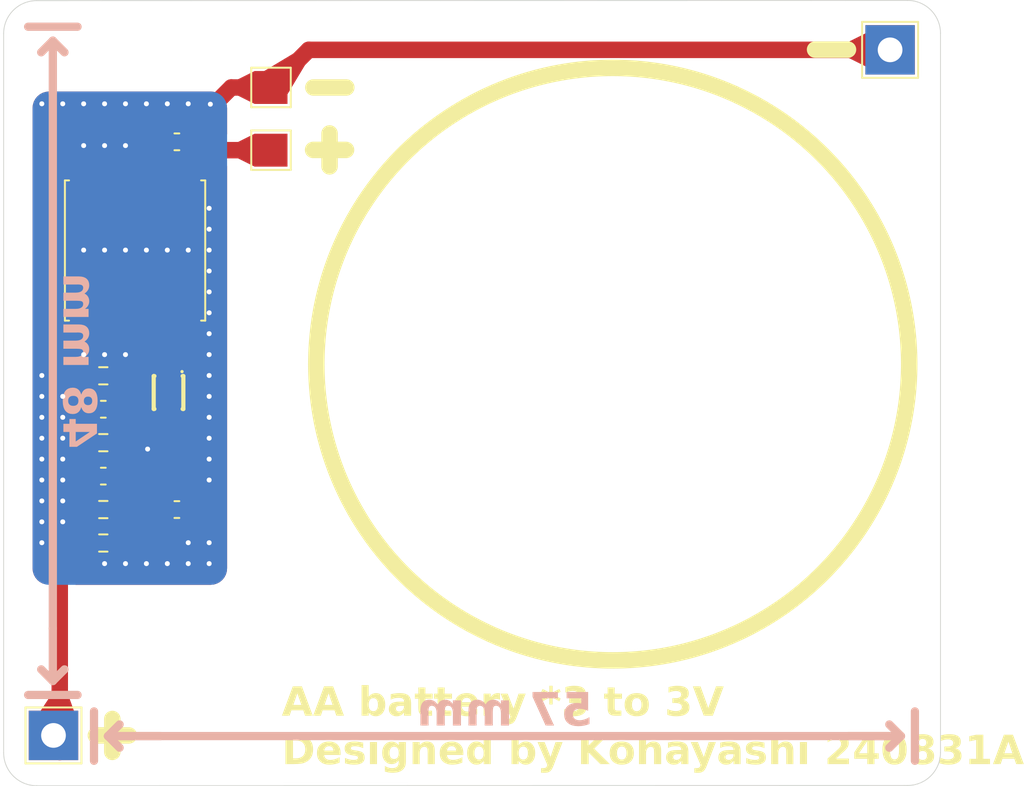
<source format=kicad_pcb>
(kicad_pcb (version 20240108) (generator "pcbnew") (generator_version "8.0")
  (layers (0 "F.Cu" signal) (31 "B.Cu" signal) (34 "B.Paste" user) (35 "F.Paste" user) (36 "B.SilkS" user "B.Silkscreen") (37 "F.SilkS" user "F.Silkscreen") (38 "B.Mask" user) (39 "F.Mask" user) (44 "Edge.Cuts" user))
  (net 0 "")
  (net 1 "/Vout")
  (net 2 "GND")
  (net 3 "Net-(U1-VOUT{slash}FB)")
  (net 4 "Net-(U1-VIN)")
  (net 5 "Net-(U1-EN)")
  (net 6 "Net-(U1-SW)")
  (net 7 "/Vin")
  (footprint "TestPoint:TestPoint_Pad_2.0x2.0mm" (layer "F.Cu") (at 28.747999 21.7 180)
    (property "Reference" "TP1")
    (property "Value" "TP")
    (fp_line (start 1.2 1.2) (end -1.2 1.2) (stroke (width 0.12)) (layer "F.SilkS"))
    (fp_line (start 1.2 -1.2) (end 1.2 1.2) (stroke (width 0.12)) (layer "F.SilkS"))
    (fp_line (start -1.2 1.2) (end -1.2 -1.2) (stroke (width 0.12)) (layer "F.SilkS"))
    (fp_line (start -1.2 -1.2) (end 1.2 -1.2) (stroke (width 0.12)) (layer "F.SilkS"))
    (pad "1" smd rect (at 0 0 180) (size 2 2) (layers "F.Cu" "F.Mask") (net 1 "/Vout"))
  )
  (footprint "kicad_lceda:UTDFN-6L_L2.0-W1.5-P0.50-LS2.6-BL-EP" (layer "F.Cu") (at 22.525 36.4245 180)
    (property "Reference" "U1")
    (property "Value" "SGM6031-ADJYUDT6G/TR" (hide yes))
    (fp_line (start 0.9 -1) (end 0.9 1) (stroke (width 0.254)) (layer "F.SilkS"))
    (fp_line (start 0.856 1) (end 0.9 1) (stroke (width 0.254)) (layer "F.SilkS"))
    (fp_line (start 0.856 -1) (end 0.9 -1) (stroke (width 0.254)) (layer "F.SilkS"))
    (fp_line (start -0.9 1) (end -0.856 1) (stroke (width 0.254)) (layer "F.SilkS"))
    (fp_line (start -0.9 -1) (end -0.856 -1) (stroke (width 0.254)) (layer "F.SilkS"))
    (fp_line (start -0.9 -1) (end -0.9 1) (stroke (width 0.254)) (layer "F.SilkS"))
    (fp_circle (center -0.82 1.27) (end -0.77 1.27) (stroke (width 0.1)) (fill none) (layer "F.SilkS"))
    (pad "1" smd rect (at -0.5 1.2625 180) (size 0.25 1.175) (layers "F.Cu" "F.Paste" "F.Mask"))
    (pad "2" smd rect (at 0 1.2625 180) (size 0.25 1.175) (layers "F.Cu" "F.Paste" "F.Mask") (net 6 "Net-(U1-SW)"))
    (pad "3" smd rect (at 0.5 1.2625 180) (size 0.25 1.175) (layers "F.Cu" "F.Paste" "F.Mask") (net 3 "Net-(U1-VOUT{slash}FB)"))
    (pad "4" smd rect (at 0.5 -1.2625 180) (size 0.25 1.175) (layers "F.Cu" "F.Paste" "F.Mask") (net 2 "GND"))
    (pad "5" smd rect (at 0 -1.2625 180) (size 0.25 1.175) (layers "F.Cu" "F.Paste" "F.Mask") (net 5 "Net-(U1-EN)"))
    (pad "6" smd rect (at -0.5 -1.2625 180) (size 0.25 1.175) (layers "F.Cu" "F.Paste" "F.Mask") (net 4 "Net-(U1-VIN)"))
    (pad "7" smd rect (at 0 0 270) (size 0.9 1.1) (layers "F.Cu" "F.Paste" "F.Mask") (net 2 "GND"))
  )
  (footprint "Capacitor_SMD:C_0603_1608Metric_Pad1.08x0.95mm_HandSolder" (layer "F.Cu") (at 18.5645 37.4405 180)
    (property "Reference" "C2")
    (property "Value" "22pF")
    (fp_line (start -0.146267 0.51) (end 0.146267 0.51) (stroke (width 0.12)) (layer "F.SilkS"))
    (fp_line (start -0.146267 -0.51) (end 0.146267 -0.51) (stroke (width 0.12)) (layer "F.SilkS"))
    (pad "1" smd roundrect (at -0.862501 0 180) (size 1.075 0.95) (layers "F.Cu" "F.Paste" "F.Mask") (net 3 "Net-(U1-VOUT{slash}FB)"))
    (pad "2" smd roundrect (at 0.862501 0 180) (size 1.075 0.95) (layers "F.Cu" "F.Paste" "F.Mask") (net 1 "/Vout"))
  )
  (footprint "Resistor_SMD:R_0603_1608Metric_Pad0.98x0.95mm_HandSolder" (layer "F.Cu") (at 18.5645 43.5365 180)
    (property "Reference" "R3")
    (property "Value" "200k")
    (fp_line (start -0.254724 0.5225) (end 0.254724 0.5225) (stroke (width 0.12)) (layer "F.SilkS"))
    (fp_line (start -0.254724 -0.5225) (end 0.254724 -0.5225) (stroke (width 0.12)) (layer "F.SilkS"))
    (pad "1" smd roundrect (at -0.9125 0 180) (size 0.975 0.95) (layers "F.Cu" "F.Paste" "F.Mask") (net 4 "Net-(U1-VIN)"))
    (pad "2" smd roundrect (at 0.9125 0 180) (size 0.975 0.95) (layers "F.Cu" "F.Paste" "F.Mask") (net 5 "Net-(U1-EN)"))
  )
  (footprint "TestPoint:TestPoint_THTPad_3.0x3.0mm_Drill1.5mm" (layer "F.Cu") (at 15.539999 57.26 90)
    (property "Reference" "TP3" (hide yes))
    (property "Value" "TP")
    (fp_line (start 1.7 -1.7) (end 1.7 1.7) (stroke (width 0.12)) (layer "F.SilkS"))
    (fp_line (start -1.7 -1.7) (end 1.7 -1.7) (stroke (width 0.12)) (layer "F.SilkS"))
    (fp_line (start 1.7 1.7) (end -1.7 1.7) (stroke (width 0.12)) (layer "F.SilkS"))
    (fp_line (start -1.7 1.7) (end -1.7 -1.7) (stroke (width 0.12)) (layer "F.SilkS"))
    (pad "1" thru_hole rect (at 0 0 90) (size 3 3) (drill 1.5) (layers "*.Cu" "*.Mask") (net 7 "/Vin"))
  )
  (footprint "Capacitor_SMD:C_0603_1608Metric_Pad1.08x0.95mm_HandSolder" (layer "F.Cu") (at 18.5645 41.5045 180)
    (property "Reference" "C4" (hide yes))
    (property "Value" "22uF")
    (fp_line (start -0.146267 0.51) (end 0.146267 0.51) (stroke (width 0.12)) (layer "F.SilkS"))
    (fp_line (start -0.146267 -0.51) (end 0.146267 -0.51) (stroke (width 0.12)) (layer "F.SilkS"))
    (pad "1" smd roundrect (at -0.862501 0 180) (size 1.075 0.95) (layers "F.Cu" "F.Paste" "F.Mask") (net 5 "Net-(U1-EN)"))
    (pad "2" smd roundrect (at 0.862501 0 180) (size 1.075 0.95) (layers "F.Cu" "F.Paste" "F.Mask") (net 2 "GND"))
  )
  (footprint "Resistor_SMD:R_0603_1608Metric_Pad0.98x0.95mm_HandSolder" (layer "F.Cu") (at 18.5645 35.4085)
    (property "Reference" "R1")
    (property "Value" "2M")
    (fp_line (start -0.254724 -0.5225) (end 0.254724 -0.5225) (stroke (width 0.12)) (layer "F.SilkS"))
    (fp_line (start -0.254724 0.5225) (end 0.254724 0.5225) (stroke (width 0.12)) (layer "F.SilkS"))
    (pad "1" smd roundrect (at -0.9125 0) (size 0.975 0.95) (layers "F.Cu" "F.Paste" "F.Mask") (net 1 "/Vout"))
    (pad "2" smd roundrect (at 0.9125 0) (size 0.975 0.95) (layers "F.Cu" "F.Paste" "F.Mask") (net 3 "Net-(U1-VOUT{slash}FB)"))
  )
  (footprint "Capacitor_SMD:C_0603_1608Metric_Pad1.08x0.95mm_HandSolder" (layer "F.Cu") (at 23.033 21.192 180)
    (property "Reference" "C1")
    (property "Value" "22uF")
    (fp_line (start -0.146267 0.51) (end 0.146267 0.51) (stroke (width 0.12)) (layer "F.SilkS"))
    (fp_line (start -0.146267 -0.51) (end 0.146267 -0.51) (stroke (width 0.12)) (layer "F.SilkS"))
    (pad "1" smd roundrect (at -0.862501 0 180) (size 1.075 0.95) (layers "F.Cu" "F.Paste" "F.Mask") (net 1 "/Vout"))
    (pad "2" smd roundrect (at 0.862501 0 180) (size 1.075 0.95) (layers "F.Cu" "F.Paste" "F.Mask") (net 2 "GND"))
  )
  (footprint "Capacitor_SMD:C_0603_1608Metric_Pad1.08x0.95mm_HandSolder" (layer "F.Cu") (at 23.033 43.5365 180)
    (property "Reference" "C3")
    (property "Value" "22uF")
    (fp_line (start -0.146267 0.51) (end 0.146267 0.51) (stroke (width 0.12)) (layer "F.SilkS"))
    (fp_line (start -0.146267 -0.51) (end 0.146267 -0.51) (stroke (width 0.12)) (layer "F.SilkS"))
    (pad "1" smd roundrect (at -0.862501 0 180) (size 1.075 0.95) (layers "F.Cu" "F.Paste" "F.Mask") (net 2 "GND"))
    (pad "2" smd roundrect (at 0.862501 0 180) (size 1.075 0.95) (layers "F.Cu" "F.Paste" "F.Mask") (net 4 "Net-(U1-VIN)"))
  )
  (footprint "Resistor_SMD:R_0603_1608Metric_Pad0.98x0.95mm_HandSolder" (layer "F.Cu") (at 18.5645 45.5685 180)
    (property "Reference" "R4")
    (property "Value" "0R")
    (fp_line (start -0.254724 0.5225) (end 0.254724 0.5225) (stroke (width 0.12)) (layer "F.SilkS"))
    (fp_line (start -0.254724 -0.5225) (end 0.254724 -0.5225) (stroke (width 0.12)) (layer "F.SilkS"))
    (pad "1" smd roundrect (at -0.9125 0 180) (size 0.975 0.95) (layers "F.Cu" "F.Paste" "F.Mask") (net 4 "Net-(U1-VIN)"))
    (pad "2" smd roundrect (at 0.9125 0 180) (size 0.975 0.95) (layers "F.Cu" "F.Paste" "F.Mask") (net 7 "/Vin"))
  )
  (footprint "TestPoint:TestPoint_Pad_2.0x2.0mm" (layer "F.Cu") (at 28.748 17.89 180)
    (property "Reference" "TP2")
    (property "Value" "TP")
    (fp_line (start 1.2 1.2) (end -1.2 1.2) (stroke (width 0.12)) (layer "F.SilkS"))
    (fp_line (start 1.2 -1.2) (end 1.2 1.2) (stroke (width 0.12)) (layer "F.SilkS"))
    (fp_line (start -1.2 1.2) (end -1.2 -1.2) (stroke (width 0.12)) (layer "F.SilkS"))
    (fp_line (start -1.2 -1.2) (end 1.2 -1.2) (stroke (width 0.12)) (layer "F.SilkS"))
    (pad "1" smd rect (at 0 0 180) (size 2 2) (layers "F.Cu" "F.Mask") (net 2 "GND"))
  )
  (footprint "Inductor_SMD:L_Cenker_CKCS8040" (layer "F.Cu") (at 20.493 27.796 -90)
    (property "Reference" "L1")
    (property "Value" "4.7uH")
    (fp_line (start -4.26 4.26) (end 4.26 4.26) (stroke (width 0.12)) (layer "F.SilkS"))
    (fp_line (start -4.26 4.26) (end -4.26 4.01) (stroke (width 0.12)) (layer "F.SilkS"))
    (fp_line (start 4.26 4.26) (end 4.26 4.01) (stroke (width 0.12)) (layer "F.SilkS"))
    (fp_line (start -4.26 -4.26) (end -4.26 -4.01) (stroke (width 0.12)) (layer "F.SilkS"))
    (fp_line (start -4.26 -4.26) (end 4.26 -4.26) (stroke (width 0.12)) (layer "F.SilkS"))
    (fp_line (start 4.26 -4.26) (end 4.26 -4.01) (stroke (width 0.12)) (layer "F.SilkS"))
    (pad "1" smd rect (at -3.075 0 270) (size 3.05 7.5) (layers "F.Cu" "F.Paste" "F.Mask") (net 1 "/Vout"))
    (pad "2" smd rect (at 3.075 0 270) (size 3.05 7.5) (layers "F.Cu" "F.Paste" "F.Mask") (net 6 "Net-(U1-SW)"))
  )
  (footprint "TestPoint:TestPoint_THTPad_3.0x3.0mm_Drill1.5mm" (layer "F.Cu") (at 66.339999 15.604 90)
    (property "Reference" "TP4" (hide yes))
    (property "Value" "TP")
    (fp_line (start 1.7 -1.7) (end 1.7 1.7) (stroke (width 0.12)) (layer "F.SilkS"))
    (fp_line (start -1.7 -1.7) (end 1.7 -1.7) (stroke (width 0.12)) (layer "F.SilkS"))
    (fp_line (start 1.7 1.7) (end -1.7 1.7) (stroke (width 0.12)) (layer "F.SilkS"))
    (fp_line (start -1.7 1.7) (end -1.7 -1.7) (stroke (width 0.12)) (layer "F.SilkS"))
    (pad "1" thru_hole rect (at 0 0 90) (size 3 3) (drill 1.5) (layers "*.Cu" "*.Mask") (net 2 "GND"))
  )
  (footprint "Resistor_SMD:R_0603_1608Metric_Pad0.98x0.95mm_HandSolder" (layer "F.Cu") (at 18.5645 39.4725 180)
    (property "Reference" "R2")
    (property "Value" "1M")
    (fp_line (start -0.254724 0.5225) (end 0.254724 0.5225) (stroke (width 0.12)) (layer "F.SilkS"))
    (fp_line (start -0.254724 -0.5225) (end 0.254724 -0.5225) (stroke (width 0.12)) (layer "F.SilkS"))
    (pad "1" smd roundrect (at -0.9125 0 180) (size 0.975 0.95) (layers "F.Cu" "F.Paste" "F.Mask") (net 3 "Net-(U1-VOUT{slash}FB)"))
    (pad "2" smd roundrect (at 0.9125 0 180) (size 0.975 0.95) (layers "F.Cu" "F.Paste" "F.Mask") (net 2 "GND"))
  )
  (gr_line (start 66.292893 56.592893) (end 67 57.3) (stroke (width 0.5)) (layer "B.SilkS"))
  (gr_line (start 15.5 15.046446) (end 16.207107 15.753553) (stroke (width 0.5)) (layer "B.SilkS"))
  (gr_line (start 15.5 18.246446) (end 15.5 15.046446) (stroke (width 0.5)) (layer "B.SilkS"))
  (gr_line (start 15.5 50.753554) (end 15.5 18.246446) (stroke (width 0.5)) (layer "B.SilkS"))
  (gr_line (start 14 54.8) (end 17 54.8) (stroke (width 0.5)) (layer "B.SilkS"))
  (gr_line (start 18.846446 57.3) (end 19.553553 56.592893) (stroke (width 0.5)) (layer "B.SilkS"))
  (gr_line (start 15.5 50.753554) (end 15.5 53.953554) (stroke (width 0.5)) (layer "B.SilkS"))
  (gr_line (start 67 57.3) (end 66.292893 58.007107) (stroke (width 0.5)) (layer "B.SilkS"))
  (gr_line (start 22.046446 57.3) (end 18.846446 57.3) (stroke (width 0.5)) (layer "B.SilkS"))
  (gr_line (start 15.5 53.953554) (end 14.792893 53.246447) (stroke (width 0.5)) (layer "B.SilkS"))
  (gr_line (start 19.6 57.3) (end 66.3 57.3) (stroke (width 0.5)) (layer "B.SilkS"))
  (gr_line (start 19.553553 58.007107) (end 18.846446 57.3) (stroke (width 0.5)) (layer "B.SilkS"))
  (gr_line (start 18 55.8) (end 18 58.8) (stroke (width 0.5)) (layer "B.SilkS"))
  (gr_line (start 17 14.2) (end 14 14.2) (stroke (width 0.5)) (layer "B.SilkS"))
  (gr_line (start 67.846446 58.8) (end 67.846446 55.8) (stroke (width 0.5)) (layer "B.SilkS"))
  (gr_line (start 14.792893 15.753553) (end 15.5 15.046446) (stroke (width 0.5)) (layer "B.SilkS"))
  (gr_line (start 63.8 57.3) (end 67 57.3) (stroke (width 0.5)) (layer "B.SilkS"))
  (gr_line (start 16.207107 53.246447) (end 15.5 53.953554) (stroke (width 0.5)) (layer "B.SilkS"))
  (gr_line (start 33.304 21.683999) (end 31.304 21.684) (stroke (width 1)) (layer "F.SilkS"))
  (gr_line (start 19.111999 58.26) (end 19.111999 56.26) (stroke (width 1)) (layer "F.SilkS"))
  (gr_line (start 63.783999 15.588) (end 61.783999 15.587999) (stroke (width 1)) (layer "F.SilkS"))
  (gr_line (start 33.319999 17.89) (end 31.319999 17.89) (stroke (width 1)) (layer "F.SilkS"))
  (gr_line (start 32.303999 22.684) (end 32.304 20.684) (stroke (width 1)) (layer "F.SilkS"))
  (gr_line (start 20.111999 57.26) (end 18.111999 57.26) (stroke (width 1)) (layer "F.SilkS"))
  (gr_circle (center 49.5 34.7) (end 67.5 34.7) (stroke (width 1)) (fill none) (layer "F.SilkS"))
  (gr_arc (start 12.514214 14.614214) (mid 13.1 13.2) (end 14.514214 12.614214) (stroke (width 0.05)) (layer "Edge.Cuts"))
  (gr_line (start 14.514214 12.614214) (end 67.4 12.6) (stroke (width 0.05)) (layer "Edge.Cuts"))
  (gr_line (start 12.514214 14.614214) (end 12.514213 58.314214) (stroke (width 0.05)) (layer "Edge.Cuts"))
  (gr_line (start 67.4 60.3) (end 14.514214 60.314215) (stroke (width 0.05)) (layer "Edge.Cuts"))
  (gr_arc (start 67.4 12.6) (mid 68.814214 13.185786) (end 69.4 14.6) (stroke (width 0.05)) (layer "Edge.Cuts"))
  (gr_arc (start 14.514214 60.314215) (mid 13.099999 59.728429) (end 12.514213 58.314214) (stroke (width 0.05)) (layer "Edge.Cuts"))
  (gr_line (start 69.4 58.3) (end 69.4 14.6) (stroke (width 0.05)) (layer "Edge.Cuts"))
  (gr_arc (start 69.4 58.3) (mid 68.814214 59.714214) (end 67.4 60.3) (stroke (width 0.05)) (layer "Edge.Cuts"))
  (gr_text "48 mm" (at 15.8 34.5 270) (layer "B.SilkS") (effects (font (size 2 2) (thickness 0.4) (bold yes)) (justify bottom mirror)))
  (gr_text "57 mm" (at 42.95 57 0) (layer "B.SilkS") (effects (font (size 2 2) (thickness 0.4) (bold yes)) (justify bottom mirror)))
  (gr_text "AA battery *3 to 3V\nDesigned by Kohayashi 240831A" (at 29.4 59.3 0) (layer "F.SilkS") (effects (font (size 1.75 1.75) (thickness 0.4) (bold yes)) (justify left bottom)))
  (segment (start 15.413 20.684) (end 15.413 34.3925) (width 0.2) (layer "F.Cu") (net 1))
  (segment (start 24.403501 21.7) (end 23.895501 21.192) (width 0.2) (layer "F.Cu") (net 1))
  (segment (start 28.747999 21.7) (end 24.684 21.7) (width 1) (layer "F.Cu") (net 1))
  (segment (start 17.701999 37.4405) (end 17.701999 35.458499) (width 0.2) (layer "F.Cu") (net 1))
  (segment (start 16.429 19.668) (end 15.413 20.684) (width 0.2) (layer "F.Cu") (net 1))
  (segment (start 21.996 24.896) (end 23.895501 22.996499) (width 1) (layer "F.Cu") (net 1))
  (segment (start 23.895501 22.996499) (end 23.895501 22.361499) (width 1) (layer "F.Cu") (net 1))
  (segment (start 23.895501 21.192) (end 23.895501 20.530501) (width 0.2) (layer "F.Cu") (net 1))
  (segment (start 23.895501 20.530501) (end 23.033 19.668) (width 0.2) (layer "F.Cu") (net 1))
  (segment (start 17.701999 35.458499) (end 17.652 35.4085) (width 0.2) (layer "F.Cu") (net 1))
  (segment (start 23.033 19.668) (end 16.429 19.668) (width 0.2) (layer "F.Cu") (net 1))
  (segment (start 16.429 35.4085) (end 17.652 35.4085) (width 0.2) (layer "F.Cu") (net 1))
  (segment (start 20.493 24.896) (end 21.996 24.896) (width 1) (layer "F.Cu") (net 1))
  (segment (start 15.413 34.3925) (end 16.429 35.4085) (width 0.2) (layer "F.Cu") (net 1))
  (segment (start 23.895501 22.361499) (end 23.895501 21.192) (width 0.2) (layer "F.Cu") (net 1))
  (segment (start 31.034 15.604) (end 28.748 17.89) (width 1) (layer "F.Cu") (net 2))
  (segment (start 25.192 19.033) (end 25.319 18.906) (width 1) (layer "F.Cu") (net 2))
  (segment (start 25.065 18.906) (end 25.065 19.16) (width 1) (layer "F.Cu") (net 2))
  (segment (start 22.025 36.9245) (end 22.025 37.687) (width 0.2) (layer "F.Cu") (net 2))
  (segment (start 22.525 36.4245) (end 22.025 36.9245) (width 0.2) (layer "F.Cu") (net 2))
  (segment (start 25.319 18.906) (end 25.065 18.906) (width 1) (layer "F.Cu") (net 2))
  (segment (start 66.339999 15.604) (end 31.034 15.604) (width 1) (layer "F.Cu") (net 2))
  (segment (start 25.065 19.16) (end 26.335 17.89) (width 1) (layer "F.Cu") (net 2))
  (segment (start 26.335 17.89) (end 28.748 17.89) (width 1) (layer "F.Cu") (net 2))
  (via (at 23.721749 27.771) (size 0.6) (drill 0.3) (layers "F.Cu" "B.Cu") (net 2))
  (via (at 14.831749 37.931) (size 0.6) (drill 0.3) (layers "F.Cu" "B.Cu") (net 2))
  (via (at 16.101749 36.661) (size 0.6) (drill 0.3) (layers "F.Cu" "B.Cu") (net 2))
  (via (at 17.371749 34.121) (size 0.6) (drill 0.3) (layers "F.Cu" "B.Cu") (net 2))
  (via (at 14.831749 45.551) (size 0.6) (drill 0.3) (layers "F.Cu" "B.Cu") (net 2))
  (via (at 14.831749 40.471) (size 0.6) (drill 0.3) (layers "F.Cu" "B.Cu") (net 2))
  (via (at 14.831749 36.661) (size 0.6) (drill 0.3) (layers "F.Cu" "B.Cu") (net 2))
  (via (at 19.911749 18.881) (size 0.6) (drill 0.3) (layers "F.Cu" "B.Cu") (net 2))
  (via (at 25.065 18.906) (size 0.6) (drill 0.3) (layers "F.Cu" "B.Cu") (net 2))
  (via (at 14.831749 44.281) (size 0.6) (drill 0.3) (layers "F.Cu" "B.Cu") (net 2))
  (via (at 19.911749 46.821) (size 0.6) (drill 0.3) (layers "F.Cu" "B.Cu") (net 2))
  (via (at 19.911749 27.771) (size 0.6) (drill 0.3) (layers "F.Cu" "B.Cu") (net 2))
  (via (at 24.991749 27.771) (size 0.6) (drill 0.3) (layers "F.Cu" "B.Cu") (net 2))
  (via (at 16.101749 40.471) (size 0.6) (drill 0.3) (layers "F.Cu" "B.Cu") (net 2))
  (via (at 24.991749 40.471) (size 0.6) (drill 0.3) (layers "F.Cu" "B.Cu") (net 2))
  (via (at 24.991749 45.551) (size 0.6) (drill 0.3) (layers "F.Cu" "B.Cu") (net 2))
  (via (at 22.451749 46.821) (size 0.6) (drill 0.3) (layers "F.Cu" "B.Cu") (net 2))
  (via (at 16.101749 37.931) (size 0.6) (drill 0.3) (layers "F.Cu" "B.Cu") (net 2))
  (via (at 24.991749 41.741) (size 0.6) (drill 0.3) (layers "F.Cu" "B.Cu") (net 2))
  (via (at 23.721749 45.551) (size 0.6) (drill 0.3) (layers "F.Cu" "B.Cu") (net 2))
  (via (at 18.641749 27.771) (size 0.6) (drill 0.3) (layers "F.Cu" "B.Cu") (net 2))
  (via (at 21.255 39.861) (size 0.6) (drill 0.3) (layers "F.Cu" "B.Cu") (net 2))
  (via (at 14.831749 39.201) (size 0.6) (drill 0.3) (layers "F.Cu" "B.Cu") (net 2))
  (via (at 17.371749 18.881) (size 0.6) (drill 0.3) (layers "F.Cu" "B.Cu") (net 2))
  (via (at 24.991749 39.201) (size 0.6) (drill 0.3) (layers "F.Cu" "B.Cu") (net 2))
  (via (at 16.101749 18.881) (size 0.6) (drill 0.3) (layers "F.Cu" "B.Cu") (net 2))
  (via (at 17.371749 27.771) (size 0.6) (drill 0.3) (layers "F.Cu" "B.Cu") (net 2))
  (via (at 18.641749 21.421) (size 0.6) (drill 0.3) (layers "F.Cu" "B.Cu") (net 2))
  (via (at 24.991749 29.041) (size 0.6) (drill 0.3) (layers "F.Cu" "B.Cu") (net 2))
  (via (at 19.911749 21.421) (size 0.6) (drill 0.3) (layers "F.Cu" "B.Cu") (net 2))
  (via (at 24.991749 34.121) (size 0.6) (drill 0.3) (layers "F.Cu" "B.Cu") (net 2))
  (via (at 16.101749 39.201) (size 0.6) (drill 0.3) (layers "F.Cu" "B.Cu") (net 2))
  (via (at 23.721749 18.881) (size 0.6) (drill 0.3) (layers "F.Cu" "B.Cu") (net 2))
  (via (at 24.991749 37.931) (size 0.6) (drill 0.3) (layers "F.Cu" "B.Cu") (net 2))
  (via (at 23.721749 46.821) (size 0.6) (drill 0.3) (layers "F.Cu" "B.Cu") (net 2))
  (via (at 21.181749 46.821) (size 0.6) (drill 0.3) (layers "F.Cu" "B.Cu") (net 2))
  (via (at 24.991749 30.311) (size 0.6) (drill 0.3) (layers "F.Cu" "B.Cu") (net 2))
  (via (at 14.831749 18.881) (size 0.6) (drill 0.3) (layers "F.Cu" "B.Cu") (net 2))
  (via (at 18.641749 34.121) (size 0.6) (drill 0.3) (layers "F.Cu" "B.Cu") (net 2))
  (via (at 18.641749 46.821) (size 0.6) (drill 0.3) (layers "F.Cu" "B.Cu") (net 2))
  (via (at 19.911749 34.121) (size 0.6) (drill 0.3) (layers "F.Cu" "B.Cu") (net 2))
  (via (at 21.181749 27.771) (size 0.6) (drill 0.3) (layers "F.Cu" "B.Cu") (net 2))
  (via (at 17.371749 21.421) (size 0.6) (drill 0.3) (layers "F.Cu" "B.Cu") (net 2))
  (via (at 24.991749 35.391) (size 0.6) (drill 0.3) (layers "F.Cu" "B.Cu") (net 2))
  (via (at 14.831749 35.391) (size 0.6) (drill 0.3) (layers "F.Cu" "B.Cu") (net 2))
  (via (at 24.991749 32.851) (size 0.6) (drill 0.3) (layers "F.Cu" "B.Cu") (net 2))
  (via (at 14.831749 41.741) (size 0.6) (drill 0.3) (layers "F.Cu" "B.Cu") (net 2))
  (via (at 24.991749 25.231) (size 0.6) (drill 0.3) (layers "F.Cu" "B.Cu") (net 2))
  (via (at 22.451749 18.881) (size 0.6) (drill 0.3) (layers "F.Cu" "B.Cu") (net 2))
  (via (at 16.101749 43.011) (size 0.6) (drill 0.3) (layers "F.Cu" "B.Cu") (net 2))
  (via (at 24.991749 31.581) (size 0.6) (drill 0.3) (layers "F.Cu" "B.Cu") (net 2))
  (via (at 21.181749 18.881) (size 0.6) (drill 0.3) (layers "F.Cu" "B.Cu") (net 2))
  (via (at 16.101749 41.741) (size 0.6) (drill 0.3) (layers "F.Cu" "B.Cu") (net 2))
  (via (at 18.641749 18.881) (size 0.6) (drill 0.3) (layers "F.Cu" "B.Cu") (net 2))
  (via (at 14.831749 43.011) (size 0.6) (drill 0.3) (layers "F.Cu" "B.Cu") (net 2))
  (via (at 24.991749 26.501) (size 0.6) (drill 0.3) (layers "F.Cu" "B.Cu") (net 2))
  (via (at 22.451749 27.771) (size 0.6) (drill 0.3) (layers "F.Cu" "B.Cu") (net 2))
  (via (at 16.101749 44.281) (size 0.6) (drill 0.3) (layers "F.Cu" "B.Cu") (net 2))
  (via (at 24.991749 46.821) (size 0.6) (drill 0.3) (layers "F.Cu" "B.Cu") (net 2))
  (via (at 24.991749 36.661) (size 0.6) (drill 0.3) (layers "F.Cu" "B.Cu") (net 2))
  (segment (start 19.985 39.4725) (end 20.747 38.7105) (width 0.2) (layer "F.Cu") (net 3))
  (segment (start 20.747 38.7105) (end 20.747 34.2655) (width 0.2) (layer "F.Cu") (net 3))
  (segment (start 21.001 34.0115) (end 21.63225 34.0115) (width 0.2) (layer "F.Cu") (net 3))
  (segment (start 19.477 39.4725) (end 19.477 35.4085) (width 0.2) (layer "F.Cu") (net 3))
  (segment (start 19.477 39.4725) (end 19.985 39.4725) (width 0.2) (layer "F.Cu") (net 3))
  (segment (start 20.747 34.2655) (end 21.001 34.0115) (width 0.2) (layer "F.Cu") (net 3))
  (segment (start 22.025 34.40425) (end 22.025 35.162) (width 0.2) (layer "F.Cu") (net 3))
  (segment (start 21.63225 34.0115) (end 22.025 34.40425) (width 0.2) (layer "F.Cu") (net 3))
  (segment (start 22.170499 43.5365) (end 22.170499 42.3935) (width 0.2) (layer "F.Cu") (net 4))
  (segment (start 19.477 43.5365) (end 19.477 45.5685) (width 0.2) (layer "F.Cu") (net 4))
  (segment (start 23.025 38.7105) (end 23.025 37.687) (width 0.2) (layer "F.Cu") (net 4))
  (segment (start 23.414 40.6155) (end 23.414 39.0995) (width 1) (layer "F.Cu") (net 4))
  (segment (start 22.170499 44.653001) (end 22.170499 43.5365) (width 0.2) (layer "F.Cu") (net 4))
  (segment (start 22.170499 42.3935) (end 22.170499 41.859001) (width 1) (layer "F.Cu") (net 4))
  (segment (start 23.414 39.0995) (end 23.025 38.7105) (width 0.3) (layer "F.Cu") (net 4))
  (segment (start 22.170499 41.859001) (end 23.414 40.6155) (width 1) (layer "F.Cu") (net 4))
  (segment (start 21.255 45.5685) (end 22.170499 44.653001) (width 1) (layer "F.Cu") (net 4))
  (segment (start 20.62 45.5685) (end 21.255 45.5685) (width 1) (layer "F.Cu") (net 4))
  (segment (start 19.477 45.5685) (end 20.62 45.5685) (width 0.2) (layer "F.Cu") (net 4))
  (segment (start 22.525 37.687) (end 22.525 40.2345) (width 0.2) (layer "F.Cu") (net 5))
  (segment (start 19.427001 41.5045) (end 17.652 43.279501) (width 0.2) (layer "F.Cu") (net 5))
  (segment (start 17.652 43.279501) (end 17.652 43.5365) (width 0.2) (layer "F.Cu") (net 5))
  (segment (start 21.255 41.5045) (end 19.427001 41.5045) (width 0.2) (layer "F.Cu") (net 5))
  (segment (start 22.525 40.2345) (end 21.255 41.5045) (width 0.2) (layer "F.Cu") (net 5))
  (segment (start 22.525 32.728) (end 20.493 30.696) (width 1) (layer "F.Cu") (net 6))
  (segment (start 22.525 33.7365) (end 22.525 32.728) (width 1) (layer "F.Cu") (net 6))
  (segment (start 22.525 35.162) (end 22.525 33.7365) (width 0.2) (layer "F.Cu") (net 6))
  (segment (start 16.7865 46.434) (end 17.652 45.5685) (width 0.2) (layer "F.Cu") (net 7))
  (segment (start 15.920999 58.2685) (end 15.920999 47.299501) (width 1) (layer "F.Cu") (net 7))
  (segment (start 15.920999 47.299501) (end 16.7865 46.434) (width 1) (layer "F.Cu") (net 7))
  (zone (net 2) (net_name "GND") (layers "F&B.Cu") (connect_pads (clearance 0.35)) (min_thickness 0.25) (fill yes (thermal_gap 0.35) (thermal_bridge_width 0.35) (smoothing fillet) (radius 1))
    (polygon (pts (xy 14.27 18.1365) (xy 26.081 18.1365) (xy 26.081 48.1085) (xy 14.27 48.1085)))
  )
)
</source>
